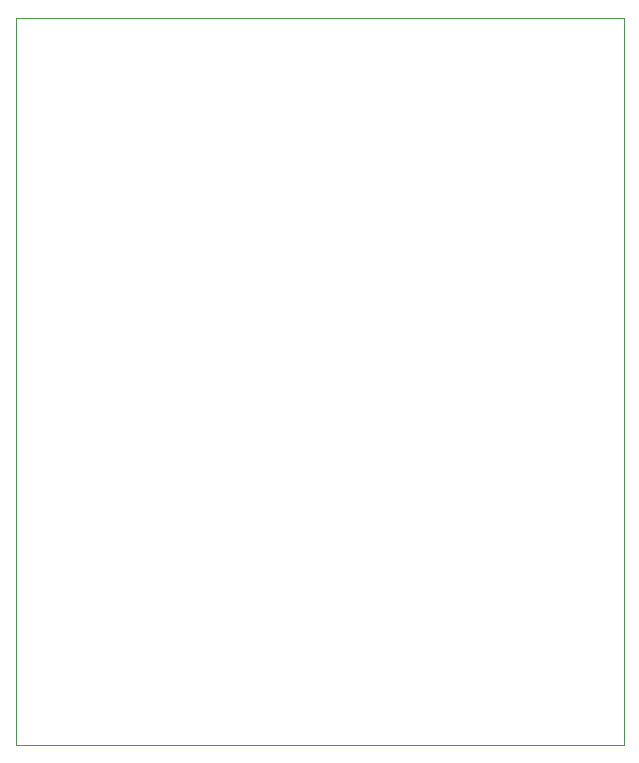
<source format=gbr>
%TF.GenerationSoftware,KiCad,Pcbnew,9.0.6*%
%TF.CreationDate,2025-12-29T20:59:13-08:00*%
%TF.ProjectId,bodycam,626f6479-6361-46d2-9e6b-696361645f70,rev?*%
%TF.SameCoordinates,Original*%
%TF.FileFunction,Profile,NP*%
%FSLAX46Y46*%
G04 Gerber Fmt 4.6, Leading zero omitted, Abs format (unit mm)*
G04 Created by KiCad (PCBNEW 9.0.6) date 2025-12-29 20:59:13*
%MOMM*%
%LPD*%
G01*
G04 APERTURE LIST*
%TA.AperFunction,Profile*%
%ADD10C,0.050000*%
%TD*%
G04 APERTURE END LIST*
D10*
X189500000Y-69500000D02*
X241000000Y-69500000D01*
X241000000Y-131000000D01*
X189500000Y-131000000D01*
X189500000Y-69500000D01*
M02*

</source>
